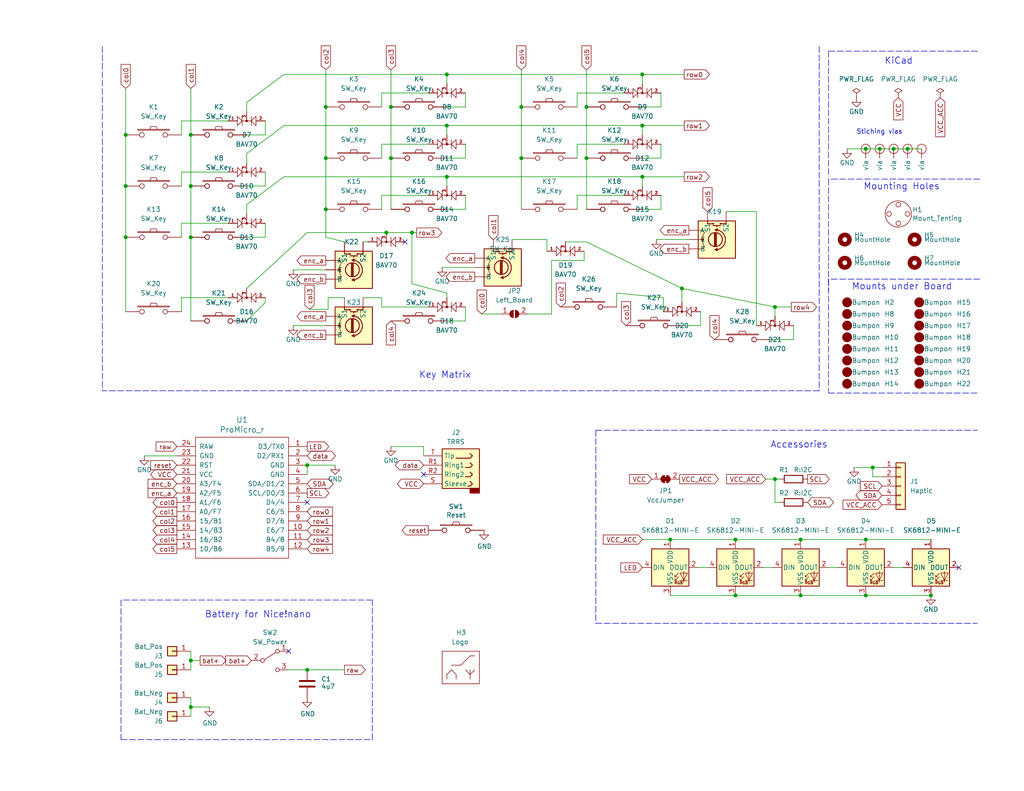
<source format=kicad_sch>
(kicad_sch (version 20211123) (generator eeschema)
  (paper "USLetter")
  (title_block (title "Hillside56 Keyboard") (date "2022-01-20") (rev "0.1.0-alpha") (company "mmccoyd") (comment 1 "A choc-spaced split keyboard with Ferris column stagger but more thumb and pinky keys."))
  (lib_symbols
    (symbol "Connector_Generic:Conn_01x01" (pin_names (offset 1.016) hide)
      (property "Reference" "J" (at 0 2.54 0))
      (property "Value" "Conn_01x01" (at 0 -2.54 0))
      (symbol "Conn_01x01_1_1"
        (pin passive line (at -5.08 0 0) (length 3.81) (name "Pin_1") (number "1"))
      )
    )
    (symbol "Connector_Generic:Conn_01x05" (pin_names (offset 1.016) hide)
      (property "Reference" "J" (at 0 7.62 0))
      (property "Value" "Conn_01x05" (at 0 -7.62 0))
      (symbol "Conn_01x05_1_1"
        (pin passive line (at -5.08 5.08 0) (length 3.81) (name "Pin_1") (number "1"))
        (pin passive line (at -5.08 2.54 0) (length 3.81) (name "Pin_2") (number "2"))
        (pin passive line (at -5.08 0 0) (length 3.81) (name "Pin_3") (number "3"))
        (pin passive line (at -5.08 -2.54 0) (length 3.81) (name "Pin_4") (number "4"))
        (pin passive line (at -5.08 -5.08 0) (length 3.81) (name "Pin_5") (number "5"))
      )
    )
    (symbol "Device:C" (pin_numbers hide) (pin_names (offset 0.254))
      (property "Reference" "C" (at 0.635 2.54 0))
      (property "Value" "C" (at 0.635 -2.54 0))
      (symbol "C_1_1"
        (pin passive line (at 0 3.81 270) (length 2.794) (name "~") (number "1"))
        (pin passive line (at 0 -3.81 90) (length 2.794) (name "~") (number "2"))
      )
    )
    (symbol "Device:R" (pin_numbers hide) (pin_names (offset 0))
      (property "Reference" "R" (at 2.032 0 90))
      (property "Value" "R" (at 0 0 90))
      (symbol "R_1_1"
        (pin passive line (at 0 3.81 270) (length 1.27) (name "~") (number "1"))
        (pin passive line (at 0 -3.81 90) (length 1.27) (name "~") (number "2"))
      )
    )
    (symbol "Jumper:SolderJumper_2_Bridged" (pin_names (offset 0) hide)
      (property "Reference" "JP" (at 0 2.032 0))
      (property "Value" "SolderJumper_2_Bridged" (at 0 -2.54 0))
      (symbol "SolderJumper_2_Bridged_1_1"
        (pin passive line (at -3.81 0 0) (length 2.54) (name "A") (number "1"))
        (pin passive line (at 3.81 0 180) (length 2.54) (name "B") (number "2"))
      )
    )
    (symbol "Jumper:SolderJumper_2_Open" (pin_names (offset 0) hide)
      (property "Reference" "JP" (at 0 2.032 0))
      (property "Value" "SolderJumper_2_Open" (at 0 -2.54 0))
      (symbol "SolderJumper_2_Open_1_1"
        (pin passive line (at -3.81 0 0) (length 2.54) (name "A") (number "1"))
        (pin passive line (at 3.81 0 180) (length 2.54) (name "B") (number "2"))
      )
    )
    (symbol "Mechanical:MountingHole" (pin_names (offset 1.016))
      (property "Reference" "H" (at 0 5.08 0))
      (property "Value" "MountingHole" (at 0 3.175 0))
    )
    (symbol "Switch:SW_SPDT" (pin_names (offset 0) hide)
      (property "Reference" "SW" (at 0 4.318 0))
      (property "Value" "SW_SPDT" (at 0 -5.08 0))
      (symbol "SW_SPDT_1_1"
        (pin passive line (at 5.08 2.54 180) (length 2.54) (name "A") (number "1"))
        (pin passive line (at -5.08 0 0) (length 2.54) (name "B") (number "2"))
        (pin passive line (at 5.08 -2.54 180) (length 2.54) (name "C") (number "3"))
      )
    )
    (symbol "hillside:Logo" (pin_names (offset 1.016))
      (property "Reference" "H" (at 0 -6.35 0))
      (property "Value" "Logo" (at 0 -3.81 0))
    )
    (symbol "hillside:Mount_Tenting" (pin_names (offset 1.016))
      (property "Reference" "H" (at 3.81 1.905 0))
      (property "Value" "Mount_Tenting" (at 3.81 -1.905 0))
    )
    (symbol "hillside:ProMicro_r" (pin_names (offset 1.016))
      (property "Reference" "U" (at 1.27 22.86 0))
      (property "Value" "ProMicro_r" (at 1.27 -15.24 0))
      (symbol "ProMicro_r_1_1"
        (pin bidirectional line (at 19.05 17.78 180) (length 5.08) (name "D3/TX0") (number "1"))
        (pin bidirectional line (at 19.05 -5.08 180) (length 5.08) (name "E6/7") (number "10"))
        (pin bidirectional line (at 19.05 -7.62 180) (length 5.08) (name "B4/8") (number "11"))
        (pin bidirectional line (at 19.05 -10.16 180) (length 5.08) (name "B5/9") (number "12"))
        (pin bidirectional line (at -16.51 -10.16 0) (length 5.08) (name "10/B6") (number "13"))
        (pin bidirectional line (at -16.51 -7.62 0) (length 5.08) (name "16/B2") (number "14"))
        (pin bidirectional line (at -16.51 -5.08 0) (length 5.08) (name "14/B3") (number "15"))
        (pin bidirectional line (at -16.51 -2.54 0) (length 5.08) (name "15/B1") (number "16"))
        (pin bidirectional line (at -16.51 0 0) (length 5.08) (name "A0/F7") (number "17"))
        (pin bidirectional line (at -16.51 2.54 0) (length 5.08) (name "A1/F6") (number "18"))
        (pin bidirectional line (at -16.51 5.08 0) (length 5.08) (name "A2/F5") (number "19"))
        (pin bidirectional line (at 19.05 15.24 180) (length 5.08) (name "D2/RX1") (number "2"))
        (pin bidirectional line (at -16.51 7.62 0) (length 5.08) (name "A3/F4") (number "20"))
        (pin power_in line (at -16.51 10.16 0) (length 5.08) (name "VCC") (number "21"))
        (pin input line (at -16.51 12.7 0) (length 5.08) (name "RST") (number "22"))
        (pin power_in line (at -16.51 15.24 0) (length 5.08) (name "GND") (number "23"))
        (pin power_out line (at -16.51 17.78 0) (length 5.08) (name "RAW") (number "24"))
        (pin power_in line (at 19.05 12.7 180) (length 5.08) (name "GND") (number "3"))
        (pin power_in line (at 19.05 10.16 180) (length 5.08) (name "GND") (number "4"))
        (pin bidirectional line (at 19.05 7.62 180) (length 5.08) (name "SDA/D1/2") (number "5"))
        (pin bidirectional line (at 19.05 5.08 180) (length 5.08) (name "SCL/D0/3") (number "6"))
        (pin bidirectional line (at 19.05 2.54 180) (length 5.08) (name "D4/4") (number "7"))
        (pin bidirectional line (at 19.05 0 180) (length 5.08) (name "C6/5") (number "8"))
        (pin bidirectional line (at 19.05 -2.54 180) (length 5.08) (name "D7/6") (number "9"))
      )
    )
    (symbol "hillside:SW_Key" (pin_numbers hide) (pin_names (offset 1.016) hide)
      (property "Reference" "K" (at 0 -1.016 0))
      (property "Value" "SW_Key" (at 0 -3.302 0))
      (symbol "SW_Key_0_1"
        (pin passive inverted (at -7.62 0 0) (length 5.08) (name "1") (number "1"))
        (pin passive inverted (at 7.62 0 180) (length 5.08) (name "2") (number "2"))
      )
    )
    (symbol "hillside:SW_PUSH" (pin_numbers hide) (pin_names (offset 1.016) hide)
      (property "Reference" "SW" (at 3.81 2.794 0))
      (property "Value" "SW_PUSH" (at 0 -2.032 0))
      (symbol "SW_PUSH_0_1"
        (pin passive inverted (at -7.62 0 0) (length 5.08) (name "1") (number "1"))
        (pin passive inverted (at 7.62 0 180) (length 5.08) (name "2") (number "2"))
      )
    )
    (symbol "hillside:SW_Rotary" (pin_numbers hide)
      (property "Reference" "K" (at 0 6.35 0))
      (symbol "SW_Rotary_1_1"
        (pin passive line (at -7.62 2.54 0) (length 2.54) (name "A") (number "A"))
        (pin passive line (at -7.62 -2.54 0) (length 2.54) (name "B") (number "B"))
        (pin passive line (at -7.62 0 0) (length 2.54) (name "C") (number "C"))
        (pin passive line (at -2.54 7.62 270) (length 2.54) (name "S1") (number "S1"))
        (pin passive line (at 2.54 7.62 270) (length 2.54) (name "S2") (number "S2"))
      )
    )
    (symbol "hillside:TRRS"
      (property "Reference" "J" (at 7.62 5.715 0))
      (property "Value" "TRRS" (at 6.985 -7.62 0))
      (symbol "TRRS_1_1"
        (pin passive line (at -2.54 0 0) (length 5.08) (name "Ring1") (number "R1"))
        (pin passive line (at -2.54 -2.54 0) (length 5.08) (name "Ring2") (number "R2"))
        (pin passive line (at -2.54 -5.08 0) (length 5.08) (name "Sleeve") (number "S"))
        (pin passive line (at -2.54 2.54 0) (length 5.08) (name "Tip") (number "T"))
      )
    )
    (symbol "hillside_basic:BAV70_Small" (pin_names (offset 0.762) hide)
      (property "Reference" "D" (at 0.635 -2.54 0))
      (property "Value" "BAV70_Small" (at 0 2.54 0))
      (symbol "BAV70_Small_1_1"
        (pin input line (at -5.08 0 0) (length 2.54) (name "A1") (number "1"))
        (pin input line (at 5.08 0 180) (length 2.54) (name "A2") (number "2"))
        (pin passive line (at 0 -2.54 90) (length 2.54) (name "K") (number "3"))
      )
    )
    (symbol "hillside_basic:Bumpon" (in_bom no)
      (property "Reference" "H" (at 10.16 0 0))
      (property "Value" "Bumpon" (at 1.27 0 0))
    )
    (symbol "hillside_basic:SK6812-MINI-E" (pin_names (offset 0.254))
      (property "Reference" "D" (at 5.08 5.715 0))
      (property "Value" "SK6812-MINI-E" (at 1.27 -5.715 0))
      (symbol "SK6812-MINI-E_0_0"
        (text "RGB" (at 2.286 -4.191 0) (effects (font (size 0.762 0.762))))
      )
      (symbol "SK6812-MINI-E_1_1"
        (pin power_in line (at 0 7.62 270) (length 2.54) (name "VDD") (number "1"))
        (pin output line (at 7.62 0 180) (length 2.54) (name "DOUT") (number "2"))
        (pin power_in line (at 0 -7.62 90) (length 2.54) (name "VSS") (number "3"))
        (pin input line (at -7.62 0 0) (length 2.54) (name "DIN") (number "4"))
      )
    )
    (symbol "hillside_basic:Via" (pin_numbers hide)
      (symbol "Via_1_1"
        (pin passive line (at 0 0 0) (length 2.54) (name "via") (number "1"))
      )
    )
    (symbol "power:GND" (power) (pin_names (offset 0))
      (property "Value" "GND" (at 0 -3.81 0))
      (symbol "GND_1_1"
        (pin power_in line (at 0 0 270) (length 0) hide (name "GND") (number "1"))
      )
    )
    (symbol "power:PWR_FLAG" (power) (pin_numbers hide) (pin_names (offset 0) hide)
      (property "Value" "PWR_FLAG" (at 0 3.81 0))
      (symbol "PWR_FLAG_0_0"
        (pin power_out line (at 0 0 90) (length 0) (name "pwr") (number "1"))
      )
    )
  )
  (junction (at 106.68 29.21))
  (junction (at 236.22 147.32))
  (junction (at 121.92 48.26))
  (junction (at 218.44 147.32))
  (junction (at 83.82 182.88))
  (junction (at 121.92 20.32))
  (junction (at 211.455 83.82))
  (junction (at 200.66 147.32))
  (junction (at 236.22 162.56))
  (junction (at 52.07 50.8))
  (junction (at 175.26 48.26))
  (junction (at 211.455 130.81))
  (junction (at 186.055 78.74))
  (junction (at 243.84 40.64))
  (junction (at 200.66 162.56))
  (junction (at 83.82 127))
  (junction (at 160.02 43.18))
  (junction (at 88.9 29.21))
  (junction (at 52.07 180.34))
  (junction (at 88.9 43.18))
  (junction (at 238.125 127.635))
  (junction (at 182.88 147.32))
  (junction (at 112.395 63.5))
  (junction (at 34.29 50.8))
  (junction (at 105.41 63.5))
  (junction (at 142.24 43.18))
  (junction (at 52.07 36.83))
  (junction (at 106.68 43.18))
  (junction (at 88.9 57.15))
  (junction (at 254 162.56))
  (junction (at 175.26 20.32))
  (junction (at 121.92 34.29))
  (junction (at 175.26 34.29))
  (junction (at 160.02 29.21))
  (junction (at 247.65 40.64))
  (junction (at 34.29 36.83))
  (junction (at 52.07 64.77))
  (junction (at 142.24 29.21))
  (junction (at 52.07 193.04))
  (junction (at 240.03 40.64))
  (junction (at 34.29 64.77))
  (junction (at 218.44 162.56))
  (junction (at 236.22 40.64))
  (no_connect (at 261.62 154.94))
  (no_connect (at 115.57 129.54))
  (no_connect (at 110.49 66.04))
  (no_connect (at 83.82 137.16))
  (no_connect (at 78.74 177.8))
  (wire (pts (xy 67.31 78.74) (xy 83.82 63.5)))
  (wire (pts (xy 198.12 57.785) (xy 206.375 57.785)))
  (wire (pts (xy 88.9 19.05) (xy 88.9 29.21)))
  (wire (pts (xy 67.31 27.94) (xy 77.47 20.32)))
  (wire (pts (xy 157.48 39.37) (xy 170.18 39.37)))
  (wire (pts (xy 106.68 19.05) (xy 106.68 29.21)))
  (wire (pts (xy 127 29.21) (xy 121.92 29.21)))
  (polyline (pts (xy 162.56 170.18) (xy 266.7 170.18)))
  (wire (pts (xy 150.495 85.725) (xy 144.145 85.725)))
  (wire (pts (xy 72.39 46.99) (xy 72.39 50.8)))
  (wire (pts (xy 180.34 29.21) (xy 180.34 25.4)))
  (wire (pts (xy 120.65 73.025) (xy 129.54 73.025)))
  (wire (pts (xy 175.26 147.32) (xy 182.88 147.32)))
  (wire (pts (xy 52.07 36.83) (xy 52.07 50.8)))
  (wire (pts (xy 52.07 50.8) (xy 52.07 64.77)))
  (wire (pts (xy 112.395 77.47) (xy 112.395 63.5)))
  (polyline (pts (xy 223.52 12.7) (xy 223.52 106.68)))
  (wire (pts (xy 142.24 57.15) (xy 142.24 43.18)))
  (wire (pts (xy 131.445 85.725) (xy 136.525 85.725)))
  (wire (pts (xy 78.74 182.88) (xy 83.82 182.88)))
  (wire (pts (xy 212.725 130.81) (xy 211.455 130.81)))
  (wire (pts (xy 83.82 129.54) (xy 83.82 127)))
  (wire (pts (xy 121.92 50.8) (xy 121.92 48.26)))
  (wire (pts (xy 180.34 43.18) (xy 175.26 43.18)))
  (wire (pts (xy 112.395 63.5) (xy 105.41 63.5)))
  (wire (pts (xy 72.39 82.55) (xy 67.31 87.63)))
  (polyline (pts (xy 162.56 117.475) (xy 266.7 117.475)))
  (wire (pts (xy 106.68 121.92) (xy 115.57 121.92)))
  (wire (pts (xy 236.22 147.32) (xy 254 147.32)))
  (wire (pts (xy 218.44 147.32) (xy 236.22 147.32)))
  (wire (pts (xy 206.375 88.9) (xy 206.375 57.785)))
  (wire (pts (xy 88.9 57.15) (xy 88.9 43.18)))
  (wire (pts (xy 104.14 25.4) (xy 116.84 25.4)))
  (wire (pts (xy 184.785 78.105) (xy 186.055 78.74)))
  (wire (pts (xy 72.39 64.77) (xy 67.31 64.77)))
  (wire (pts (xy 34.29 36.83) (xy 34.29 50.8)))
  (wire (pts (xy 121.92 22.86) (xy 121.92 20.32)))
  (wire (pts (xy 182.88 147.32) (xy 200.66 147.32)))
  (wire (pts (xy 106.68 29.21) (xy 106.68 43.18)))
  (polyline (pts (xy 101.6 163.83) (xy 33.02 163.83)))
  (wire (pts (xy 211.455 83.82) (xy 211.455 86.36)))
  (wire (pts (xy 216.535 92.71) (xy 210.185 92.71)))
  (wire (pts (xy 80.01 73.66) (xy 88.9 73.66)))
  (wire (pts (xy 67.31 55.88) (xy 77.47 48.26)))
  (wire (pts (xy 157.48 29.21) (xy 157.48 25.4)))
  (wire (pts (xy 67.31 27.94) (xy 67.31 30.48)))
  (wire (pts (xy 159.385 71.12) (xy 150.495 71.12)))
  (wire (pts (xy 127 43.18) (xy 127 39.37)))
  (wire (pts (xy 180.34 53.34) (xy 180.34 57.15)))
  (wire (pts (xy 238.125 130.175) (xy 238.125 127.635)))
  (wire (pts (xy 104.14 57.15) (xy 104.14 53.34)))
  (wire (pts (xy 175.26 22.86) (xy 175.26 20.32)))
  (polyline (pts (xy 267.335 48.895) (xy 226.06 48.895)))
  (wire (pts (xy 34.29 24.13) (xy 34.29 36.83)))
  (wire (pts (xy 67.31 41.91) (xy 67.31 44.45)))
  (polyline (pts (xy 33.02 163.83) (xy 33.02 201.93)))
  (wire (pts (xy 77.47 20.32) (xy 121.92 20.32)))
  (wire (pts (xy 121.92 80.01) (xy 121.92 81.28)))
  (wire (pts (xy 216.535 88.9) (xy 216.535 92.71)))
  (wire (pts (xy 52.07 190.5) (xy 52.07 193.04)))
  (wire (pts (xy 157.48 25.4) (xy 170.18 25.4)))
  (wire (pts (xy 104.14 81.28) (xy 99.06 81.28)))
  (wire (pts (xy 186.055 78.74) (xy 211.455 83.82)))
  (wire (pts (xy 83.82 127) (xy 91.44 127)))
  (wire (pts (xy 240.665 130.175) (xy 238.125 130.175)))
  (wire (pts (xy 34.29 64.77) (xy 34.29 85.09)))
  (polyline (pts (xy 226.06 48.895) (xy 226.06 79.375)))
  (wire (pts (xy 77.47 48.26) (xy 121.92 48.26)))
  (wire (pts (xy 121.92 43.18) (xy 127 43.18)))
  (polyline (pts (xy 101.6 201.93) (xy 101.6 163.83)))
  (wire (pts (xy 157.48 43.18) (xy 157.48 39.37)))
  (wire (pts (xy 83.82 182.88) (xy 93.98 182.88)))
  (wire (pts (xy 104.14 83.82) (xy 104.14 81.28)))
  (wire (pts (xy 112.395 63.5) (xy 113.665 63.5)))
  (wire (pts (xy 115.57 121.92) (xy 115.57 124.46)))
  (wire (pts (xy 247.65 40.64) (xy 251.46 40.64)))
  (wire (pts (xy 218.44 162.56) (xy 236.22 162.56)))
  (wire (pts (xy 236.22 40.64) (xy 240.03 40.64)))
  (wire (pts (xy 175.26 36.83) (xy 175.26 34.29)))
  (wire (pts (xy 211.455 83.82) (xy 215.9 83.82)))
  (wire (pts (xy 72.39 50.8) (xy 67.31 50.8)))
  (wire (pts (xy 127 57.15) (xy 127 53.34)))
  (wire (pts (xy 243.84 154.94) (xy 246.38 154.94)))
  (polyline (pts (xy 27.94 12.7) (xy 27.94 106.68)))
  (wire (pts (xy 160.02 43.18) (xy 160.02 57.15)))
  (wire (pts (xy 200.66 162.56) (xy 218.44 162.56)))
  (wire (pts (xy 52.07 64.77) (xy 52.07 87.63)))
  (wire (pts (xy 104.14 53.34) (xy 116.84 53.34)))
  (wire (pts (xy 72.39 60.96) (xy 72.39 64.77)))
  (wire (pts (xy 84.455 84.455) (xy 89.535 84.455)))
  (wire (pts (xy 121.92 48.26) (xy 175.26 48.26)))
  (wire (pts (xy 160.02 66.04) (xy 184.785 78.105)))
  (wire (pts (xy 191.135 88.9) (xy 191.135 85.09)))
  (wire (pts (xy 168.275 80.01) (xy 180.975 81.28)))
  (wire (pts (xy 88.9 64.77) (xy 88.9 57.15)))
  (wire (pts (xy 52.07 193.04) (xy 57.15 193.04)))
  (wire (pts (xy 186.69 20.32) (xy 175.26 20.32)))
  (wire (pts (xy 180.34 39.37) (xy 180.34 43.18)))
  (polyline (pts (xy 266.7 13.97) (xy 226.06 13.97)))
  (wire (pts (xy 186.055 78.74) (xy 186.055 82.55)))
  (wire (pts (xy 168.275 83.82) (xy 168.275 80.01)))
  (wire (pts (xy 236.22 162.56) (xy 254 162.56)))
  (polyline (pts (xy 267.335 76.2) (xy 226.06 76.2)))
  (wire (pts (xy 89.535 84.455) (xy 89.535 81.28)))
  (polyline (pts (xy 33.02 201.93) (xy 101.6 201.93)))
  (polyline (pts (xy 226.06 13.97) (xy 226.06 48.26)))
  (wire (pts (xy 139.7 65.405) (xy 149.225 65.405)))
  (wire (pts (xy 208.28 154.94) (xy 210.82 154.94)))
  (wire (pts (xy 142.24 19.05) (xy 142.24 29.21)))
  (wire (pts (xy 150.495 71.12) (xy 150.495 85.725)))
  (wire (pts (xy 238.125 127.635) (xy 233.045 127.635)))
  (wire (pts (xy 127 29.21) (xy 127 25.4)))
  (wire (pts (xy 52.07 193.04) (xy 52.07 195.58)))
  (wire (pts (xy 243.84 40.64) (xy 247.65 40.64)))
  (wire (pts (xy 186.055 88.9) (xy 191.135 88.9)))
  (wire (pts (xy 99.06 66.04) (xy 100.33 66.04)))
  (wire (pts (xy 49.53 46.99) (xy 62.23 46.99)))
  (wire (pts (xy 154.305 66.04) (xy 160.02 66.04)))
  (wire (pts (xy 80.01 88.9) (xy 88.9 88.9)))
  (wire (pts (xy 200.66 147.32) (xy 218.44 147.32)))
  (polyline (pts (xy 226.06 107.315) (xy 266.7 107.315)))
  (wire (pts (xy 211.455 130.81) (xy 211.455 137.16)))
  (polyline (pts (xy 162.56 117.475) (xy 162.56 170.18)))
  (wire (pts (xy 52.07 180.34) (xy 52.07 182.88)))
  (wire (pts (xy 49.53 50.8) (xy 49.53 46.99)))
  (wire (pts (xy 34.29 50.8) (xy 34.29 64.77)))
  (wire (pts (xy 121.92 36.83) (xy 121.92 34.29)))
  (wire (pts (xy 49.53 60.96) (xy 62.23 60.96)))
  (wire (pts (xy 52.07 24.13) (xy 52.07 36.83)))
  (wire (pts (xy 49.53 36.83) (xy 49.53 33.02)))
  (wire (pts (xy 186.69 48.26) (xy 175.26 48.26)))
  (wire (pts (xy 67.31 41.91) (xy 77.47 34.29)))
  (wire (pts (xy 182.88 162.56) (xy 200.66 162.56)))
  (wire (pts (xy 88.9 64.77) (xy 93.98 66.04)))
  (wire (pts (xy 116.84 39.37) (xy 104.14 39.37)))
  (wire (pts (xy 175.26 29.21) (xy 180.34 29.21)))
  (wire (pts (xy 104.14 83.82) (xy 116.84 83.82)))
  (wire (pts (xy 49.53 33.02) (xy 62.23 33.02)))
  (wire (pts (xy 142.24 43.18) (xy 142.24 29.21)))
  (wire (pts (xy 160.02 29.21) (xy 160.02 43.18)))
  (wire (pts (xy 121.92 20.32) (xy 175.26 20.32)))
  (wire (pts (xy 88.9 43.18) (xy 88.9 29.21)))
  (wire (pts (xy 211.455 137.16) (xy 212.725 137.16)))
  (wire (pts (xy 49.53 64.77) (xy 49.53 60.96)))
  (wire (pts (xy 48.26 124.46) (xy 39.37 124.46)))
  (wire (pts (xy 170.18 53.34) (xy 157.48 53.34)))
  (wire (pts (xy 52.07 177.8) (xy 52.07 180.34)))
  (wire (pts (xy 49.53 81.28) (xy 62.23 81.28)))
  (wire (pts (xy 149.225 65.405) (xy 149.225 68.58)))
  (wire (pts (xy 179.07 65.405) (xy 187.96 65.405)))
  (wire (pts (xy 231.14 40.64) (xy 236.22 40.64)))
  (wire (pts (xy 127 87.63) (xy 121.92 87.63)))
  (wire (pts (xy 121.92 57.15) (xy 127 57.15)))
  (wire (pts (xy 180.975 81.28) (xy 180.975 85.09)))
  (polyline (pts (xy 226.06 76.2) (xy 226.06 107.315)))
  (wire (pts (xy 72.39 36.83) (xy 67.31 36.83)))
  (wire (pts (xy 121.92 34.29) (xy 175.26 34.29)))
  (wire (pts (xy 190.5 154.94) (xy 193.04 154.94)))
  (wire (pts (xy 104.14 29.21) (xy 104.14 25.4)))
  (wire (pts (xy 89.535 81.28) (xy 93.98 81.28)))
  (wire (pts (xy 180.34 57.15) (xy 175.26 57.15)))
  (wire (pts (xy 52.07 180.34) (xy 54.61 180.34)))
  (wire (pts (xy 160.02 19.05) (xy 160.02 29.21)))
  (wire (pts (xy 238.125 127.635) (xy 240.665 127.635)))
  (wire (pts (xy 49.53 85.09) (xy 49.53 81.28)))
  (polyline (pts (xy 223.52 106.68) (xy 27.94 106.68)))
  (wire (pts (xy 226.06 154.94) (xy 228.6 154.94)))
  (wire (pts (xy 83.82 63.5) (xy 105.41 63.5)))
  (wire (pts (xy 175.26 34.29) (xy 186.69 34.29)))
  (wire (pts (xy 127 83.82) (xy 127 87.63)))
  (wire (pts (xy 157.48 57.15) (xy 157.48 53.34)))
  (wire (pts (xy 72.39 33.02) (xy 72.39 36.83)))
  (wire (pts (xy 175.26 48.26) (xy 175.26 50.8)))
  (wire (pts (xy 159.385 68.58) (xy 159.385 71.12)))
  (wire (pts (xy 104.14 43.18) (xy 104.14 39.37)))
  (wire (pts (xy 240.03 40.64) (xy 243.84 40.64)))
  (wire (pts (xy 67.31 55.88) (xy 67.31 58.42)))
  (wire (pts (xy 77.47 34.29) (xy 121.92 34.29)))
  (wire (pts (xy 106.68 43.18) (xy 106.68 57.15)))
  (wire (pts (xy 121.92 80.01) (xy 112.395 77.47)))
  (wire (pts (xy 211.455 130.81) (xy 208.915 130.81)))
  (wire (pts (xy 72.39 81.28) (xy 72.39 82.55)))
  (text "KiCad" (at 241.3 17.78 0) (effects (font (size 1.778 1.778)) (justify left bottom)))
  (text "Mounting Holes" (at 235.585 52.07 0) (effects (font (size 1.78 1.78)) (justify left bottom)))
  (text "Key Matrix" (at 114.3 103.505 0) (effects (font (size 1.778 1.778)) (justify left bottom)))
  (text "Battery for Nice!nano" (at 55.88 168.91 0) (effects (font (size 1.778 1.778)) (justify left bottom)))
  (text "Stiching vias" (at 233.68 36.83 0) (effects (font (size 1.27 1.27)) (justify left bottom)))
  (text "Mounts under Board" (at 232.41 79.375 0) (effects (font (size 1.78 1.78)) (justify left bottom)))
  (text "Accessories" (at 210.185 122.555 0) (effects (font (size 1.778 1.778)) (justify left bottom)))
  (global_label "row1" (shape input) (at 83.82 142.24 0) (property "Intersheet References" "${INTERSHEET_REFS}" (effects hide)))
  (global_label "enc_a" (shape input) (at 48.26 134.62 180) (property "Intersheet References" "${INTERSHEET_REFS}" (effects hide)))
  (global_label "col5" (shape output) (at 48.26 149.86 180) (property "Intersheet References" "${INTERSHEET_REFS}" (effects hide)))
  (global_label "col4" (shape input) (at 194.945 92.71 90) (property "Intersheet References" "${INTERSHEET_REFS}" (effects hide)))
  (global_label "VCC" (shape bidirectional) (at 115.57 132.08 180) (property "Intersheet References" "${INTERSHEET_REFS}" (effects hide)))
  (global_label "col0" (shape input) (at 131.445 85.725 90) (property "Intersheet References" "${INTERSHEET_REFS}" (effects hide)))
  (global_label "enc_b" (shape output) (at 129.54 75.565 180) (property "Intersheet References" "${INTERSHEET_REFS}" (effects hide)))
  (global_label "VCC" (shape input) (at 245.11 26.67 270) (property "Intersheet References" "${INTERSHEET_REFS}" (effects hide)))
  (global_label "reset" (shape input) (at 48.26 127 180) (property "Intersheet References" "${INTERSHEET_REFS}" (effects hide)))
  (global_label "row0" (shape input) (at 83.82 139.7 0) (property "Intersheet References" "${INTERSHEET_REFS}" (effects hide)))
  (global_label "col2" (shape output) (at 48.26 142.24 180) (property "Intersheet References" "${INTERSHEET_REFS}" (effects hide)))
  (global_label "VCC_ACC" (shape output) (at 185.42 130.81 0) (property "Intersheet References" "${INTERSHEET_REFS}" (effects hide)))
  (global_label "SCL" (shape input) (at 240.665 132.715 180) (property "Intersheet References" "${INTERSHEET_REFS}" (effects hide)))
  (global_label "col3" (shape input) (at 84.455 84.455 90) (property "Intersheet References" "${INTERSHEET_REFS}" (effects hide)))
  (global_label "col4" (shape output) (at 48.26 147.32 180) (property "Intersheet References" "${INTERSHEET_REFS}" (effects hide)))
  (global_label "enc_a" (shape output) (at 88.9 86.36 180) (property "Intersheet References" "${INTERSHEET_REFS}" (effects hide)))
  (global_label "enc_b" (shape output) (at 88.9 91.44 180) (property "Intersheet References" "${INTERSHEET_REFS}" (effects hide)))
  (global_label "VCC" (shape bidirectional) (at 48.26 129.54 180) (property "Intersheet References" "${INTERSHEET_REFS}" (effects hide)))
  (global_label "row2" (shape input) (at 83.82 144.78 0) (property "Intersheet References" "${INTERSHEET_REFS}" (effects hide)))
  (global_label "col5" (shape input) (at 193.04 57.785 90) (property "Intersheet References" "${INTERSHEET_REFS}" (effects hide)))
  (global_label "VCC_ACC" (shape input) (at 240.665 137.795 180) (property "Intersheet References" "${INTERSHEET_REFS}" (effects hide)))
  (global_label "SDA" (shape bidirectional) (at 220.345 137.16 0) (property "Intersheet References" "${INTERSHEET_REFS}" (effects hide)))
  (global_label "row4" (shape output) (at 215.9 83.82 0) (property "Intersheet References" "${INTERSHEET_REFS}" (effects hide)))
  (global_label "row4" (shape input) (at 83.82 149.86 0) (property "Intersheet References" "${INTERSHEET_REFS}" (effects hide)))
  (global_label "SDA" (shape bidirectional) (at 83.82 132.08 0) (property "Intersheet References" "${INTERSHEET_REFS}" (effects hide)))
  (global_label "raw" (shape input) (at 48.26 121.92 180) (property "Intersheet References" "${INTERSHEET_REFS}" (effects hide)))
  (global_label "col3" (shape input) (at 106.68 19.05 90) (property "Intersheet References" "${INTERSHEET_REFS}" (effects hide)))
  (global_label "row3" (shape output) (at 113.665 63.5 0) (property "Intersheet References" "${INTERSHEET_REFS}" (effects hide)))
  (global_label "col1" (shape output) (at 48.26 139.7 180) (property "Intersheet References" "${INTERSHEET_REFS}" (effects hide)))
  (global_label "col2" (shape input) (at 88.9 19.05 90) (property "Intersheet References" "${INTERSHEET_REFS}" (effects hide)))
  (global_label "SCL" (shape output) (at 83.82 134.62 0) (property "Intersheet References" "${INTERSHEET_REFS}" (effects hide)))
  (global_label "col5" (shape input) (at 160.02 19.05 90) (property "Intersheet References" "${INTERSHEET_REFS}" (effects hide)))
  (global_label "LED" (shape input) (at 175.26 154.94 180) (property "Intersheet References" "${INTERSHEET_REFS}" (effects hide)))
  (global_label "enc_b" (shape output) (at 88.9 76.2 180) (property "Intersheet References" "${INTERSHEET_REFS}" (effects hide)))
  (global_label "col4" (shape input) (at 142.24 19.05 90) (property "Intersheet References" "${INTERSHEET_REFS}" (effects hide)))
  (global_label "SCL" (shape output) (at 220.345 130.81 0) (property "Intersheet References" "${INTERSHEET_REFS}" (effects hide)))
  (global_label "row0" (shape output) (at 186.69 20.32 0) (property "Intersheet References" "${INTERSHEET_REFS}" (effects hide)))
  (global_label "enc_a" (shape output) (at 187.96 62.865 180) (property "Intersheet References" "${INTERSHEET_REFS}" (effects hide)))
  (global_label "LED" (shape output) (at 83.82 121.92 0) (property "Intersheet References" "${INTERSHEET_REFS}" (effects hide)))
  (global_label "enc_a" (shape output) (at 129.54 70.485 180) (property "Intersheet References" "${INTERSHEET_REFS}" (effects hide)))
  (global_label "enc_b" (shape input) (at 48.26 132.08 180) (property "Intersheet References" "${INTERSHEET_REFS}" (effects hide)))
  (global_label "row2" (shape output) (at 186.69 48.26 0) (property "Intersheet References" "${INTERSHEET_REFS}" (effects hide)))
  (global_label "col1" (shape input) (at 134.62 65.405 90) (property "Intersheet References" "${INTERSHEET_REFS}" (effects hide)))
  (global_label "col4" (shape input) (at 106.68 87.63 270) (property "Intersheet References" "${INTERSHEET_REFS}" (effects hide)))
  (global_label "col2" (shape input) (at 153.035 83.82 90) (property "Intersheet References" "${INTERSHEET_REFS}" (effects hide)))
  (global_label "col3" (shape output) (at 48.26 144.78 180) (property "Intersheet References" "${INTERSHEET_REFS}" (effects hide)))
  (global_label "reset" (shape output) (at 116.84 144.78 180) (property "Intersheet References" "${INTERSHEET_REFS}" (effects hide)))
  (global_label "enc_b" (shape output) (at 187.96 67.945 180) (property "Intersheet References" "${INTERSHEET_REFS}" (effects hide)))
  (global_label "col0" (shape output) (at 48.26 137.16 180) (property "Intersheet References" "${INTERSHEET_REFS}" (effects hide)))
  (global_label "row3" (shape input) (at 83.82 147.32 0) (property "Intersheet References" "${INTERSHEET_REFS}" (effects hide)))
  (global_label "enc_a" (shape output) (at 88.9 71.12 180) (property "Intersheet References" "${INTERSHEET_REFS}" (effects hide)))
  (global_label "VCC_ACC" (shape input) (at 175.26 147.32 180) (property "Intersheet References" "${INTERSHEET_REFS}" (effects hide)))
  (global_label "VCC" (shape input) (at 177.8 130.81 180) (property "Intersheet References" "${INTERSHEET_REFS}" (effects hide)))
  (global_label "raw" (shape output) (at 93.98 182.88 0) (property "Intersheet References" "${INTERSHEET_REFS}" (effects hide)))
  (global_label "VCC_ACC" (shape input) (at 208.915 130.81 180) (property "Intersheet References" "${INTERSHEET_REFS}" (effects hide)))
  (global_label "bat+" (shape input) (at 68.58 180.34 180) (property "Intersheet References" "${INTERSHEET_REFS}" (effects hide)))
  (global_label "col3" (shape input) (at 170.815 88.9 90) (property "Intersheet References" "${INTERSHEET_REFS}" (effects hide)))
  (global_label "VCC_ACC" (shape input) (at 256.54 26.67 270) (property "Intersheet References" "${INTERSHEET_REFS}" (effects hide)))
  (global_label "bat+" (shape output) (at 54.61 180.34 0) (property "Intersheet References" "${INTERSHEET_REFS}" (effects hide)))
  (global_label "SDA" (shape bidirectional) (at 240.665 135.255 180) (property "Intersheet References" "${INTERSHEET_REFS}" (effects hide)))
  (global_label "col0" (shape input) (at 34.29 24.13 90) (property "Intersheet References" "${INTERSHEET_REFS}" (effects hide)))
  (global_label "data" (shape bidirectional) (at 115.57 127 180) (property "Intersheet References" "${INTERSHEET_REFS}" (effects hide)))
  (global_label "row1" (shape output) (at 186.69 34.29 0) (property "Intersheet References" "${INTERSHEET_REFS}" (effects hide)))
  (global_label "data" (shape bidirectional) (at 83.82 124.46 0) (property "Intersheet References" "${INTERSHEET_REFS}" (effects hide)))
  (global_label "col1" (shape input) (at 52.07 24.13 90) (property "Intersheet References" "${INTERSHEET_REFS}" (effects hide)))
  (symbol (lib_id "hillside:SW_PUSH") (at 124.46 144.78 0) (unit 1)
    (property "Reference" "SW1" (at 124.46 138.303 0))
    (property "Value" "Reset" (at 124.46 140.6144 0))
    (property "Footprint" "hillside_basic:SW_SPST_SKQG_WithStem" (effects hide))
  )
  (symbol (lib_id "power:GND") (at 132.08 144.78 0) (unit 1)
    (property "Reference" "#PWR04" (effects hide))
    (property "Value" "GND" (at 132.207 149.1742 0))
  )
  (symbol (lib_id "hillside_basic:SK6812-MINI-E") (at 182.88 154.94 0) (unit 1)
    (property "Reference" "D1" (at 182.88 142.24 0))
    (property "Value" "SK6812-MINI-E" (at 182.88 144.78 0))
    (property "Footprint" "hillside_basic:SK6812-MINI-E" (effects hide))
    (property "Datasheet" "https://cdn-shop.adafruit.com/datasheets/WS2812B.pdf" (effects hide))
  )
  (symbol (lib_id "hillside_basic:SK6812-MINI-E") (at 200.66 154.94 0) (unit 1)
    (property "Reference" "D2" (at 200.66 142.24 0))
    (property "Value" "SK6812-MINI-E" (at 200.66 144.78 0))
    (property "Footprint" "hillside_basic:SK6812-MINI-E" (effects hide))
    (property "Datasheet" "https://cdn-shop.adafruit.com/datasheets/WS2812B.pdf" (effects hide))
  )
  (symbol (lib_id "power:GND") (at 233.68 26.67 0) (unit 1)
    (property "Reference" "#PWR06" (effects hide))
    (property "Value" "GND" (at 233.68 30.48 0))
  )
  (symbol (lib_id "power:GND") (at 254 162.56 0) (unit 1)
    (property "Reference" "#PWR05" (effects hide))
    (property "Value" "GND" (at 254 166.37 0))
  )
  (symbol (lib_id "hillside:Mount_Tenting") (at 245.11 58.42 0) (unit 1)
    (property "Reference" "H1" (at 248.92 56.515 0) (effects (justify left top)))
    (property "Value" "Mount_Tenting" (at 248.92 60.325 0) (effects (justify left bottom)))
    (property "Footprint" "hillside:Tenting_Puck" (effects hide))
  )
  (symbol (lib_id "hillside_basic:SK6812-MINI-E") (at 218.44 154.94 0) (unit 1)
    (property "Reference" "D3" (at 218.44 142.24 0))
    (property "Value" "SK6812-MINI-E" (at 218.44 144.78 0))
    (property "Footprint" "hillside_basic:SK6812-MINI-E" (effects hide))
    (property "Datasheet" "https://cdn-shop.adafruit.com/datasheets/WS2812B.pdf" (effects hide))
  )
  (symbol (lib_id "hillside_basic:SK6812-MINI-E") (at 236.22 154.94 0) (unit 1)
    (property "Reference" "D4" (at 236.22 142.24 0))
    (property "Value" "SK6812-MINI-E" (at 236.22 144.78 0))
    (property "Footprint" "hillside_basic:SK6812-MINI-E" (effects hide))
    (property "Datasheet" "https://cdn-shop.adafruit.com/datasheets/WS2812B.pdf" (effects hide))
  )
  (symbol (lib_id "hillside:SW_Rotary") (at 96.52 73.66 0) (unit 1)
    (property "Reference" "K22" (at 93.98 66.04 0) (effects (justify left)))
    (property "Value" "SW_Rotary" (effects hide))
    (property "Footprint" "hillside:pg1350-DR_rotary" (effects hide))
  )
  (symbol (lib_id "power:GND") (at 80.01 73.66 0) (unit 1)
    (property "Reference" "#PWR0101" (effects hide))
    (property "Value" "GND" (at 80.01 77.47 0))
  )
  (symbol (lib_id "hillside_basic:SK6812-MINI-E") (at 254 154.94 0) (unit 1)
    (property "Reference" "D5" (at 252.73 142.24 0) (effects (justify left)))
    (property "Value" "SK6812-MINI-E" (at 246.38 144.78 0) (effects (justify left)))
    (property "Footprint" "hillside_basic:SK6812-MINI-E" (effects hide))
    (property "Datasheet" "https://cdn-shop.adafruit.com/datasheets/WS2812B.pdf" (effects hide))
  )
  (symbol (lib_id "hillside_basic:Via") (at 240.03 40.64 270) (unit 1)
    (property "Reference" "V2" (effects hide))
    (property "Value" "Via" (effects hide))
    (property "Footprint" "hillside_basic:VIA-0.8mm" (effects hide))
  )
  (symbol (lib_id "power:GND") (at 231.14 40.64 0) (unit 1)
    (property "Reference" "#PWR0102" (effects hide))
    (property "Value" "GND" (at 231.14 44.45 0))
  )
  (symbol (lib_id "hillside:ProMicro_r") (at 64.77 139.7 0) (unit 1)
    (property "Reference" "U1" (at 66.04 114.6302 0) (effects (font (size 1.524 1.524))))
    (property "Value" "ProMicro_r" (at 66.04 117.3226 0) (effects (font (size 1.524 1.524))))
    (property "Footprint" "hillside:ProMicro_v2" (effects hide))
  )
  (symbol (lib_id "Connector_Generic:Conn_01x05") (at 245.745 132.715 0) (unit 1)
    (property "Reference" "J1" (at 248.285 131.445 0) (effects (justify left)))
    (property "Value" "Haptic" (at 248.285 133.985 0) (effects (justify left)))
    (property "Footprint" "hillside:Pimoroni_Haptic" (effects hide))
  )
  (symbol (lib_id "hillside:SW_Key") (at 41.91 64.77 0) (unit 1)
    (property "Reference" "K13" (at 41.91 57.15 0))
    (property "Value" "SW_Key" (at 41.91 59.69 0))
    (property "Footprint" "hillside:pg1350-R" (effects hide))
  )
  (symbol (lib_id "hillside:SW_Key") (at 59.69 64.77 0) (unit 1)
    (property "Reference" "K14" (at 59.69 57.15 0))
    (property "Value" "SW_Key" (at 59.69 59.69 0))
    (property "Footprint" "hillside:pg1350-R" (effects hide))
  )
  (symbol (lib_id "hillside:SW_Key") (at 202.565 92.71 0) (unit 1)
    (property "Reference" "K28" (at 202.565 85.09 0))
    (property "Value" "SW_Key" (at 202.565 87.63 0))
    (property "Footprint" "hillside:pg1350-R" (effects hide))
  )
  (symbol (lib_id "hillside:SW_Key") (at 96.52 43.18 0) (unit 1)
    (property "Reference" "K9" (at 96.52 35.56 0))
    (property "Value" "SW_Key" (at 96.52 38.1 0))
    (property "Footprint" "hillside:pg1350-R" (effects hide))
  )
  (symbol (lib_id "hillside:SW_Key") (at 114.3 43.18 0) (unit 1)
    (property "Reference" "K10" (at 114.3 35.56 0))
    (property "Value" "SW_Key" (at 114.3 38.1 0))
    (property "Footprint" "hillside:pg1350-R" (effects hide))
  )
  (symbol (lib_id "hillside:SW_Key") (at 96.52 57.15 0) (unit 1)
    (property "Reference" "K15" (at 96.52 49.53 0))
    (property "Value" "SW_Key" (at 96.52 52.07 0))
    (property "Footprint" "hillside:pg1350-R" (effects hide))
  )
  (symbol (lib_id "hillside:SW_Key") (at 114.3 57.15 0) (unit 1)
    (property "Reference" "K16" (at 114.3 49.53 0))
    (property "Value" "SW_Key" (at 114.3 52.07 0))
    (property "Footprint" "hillside:pg1350-R" (effects hide))
  )
  (symbol (lib_id "hillside:SW_Key") (at 41.91 36.83 0) (unit 1)
    (property "Reference" "K1" (at 41.91 29.21 0))
    (property "Value" "SW_Key" (at 41.91 31.75 0))
    (property "Footprint" "hillside:pg1350-R" (effects hide))
  )
  (symbol (lib_id "hillside:SW_Key") (at 59.69 36.83 0) (unit 1)
    (property "Reference" "K2" (at 59.69 29.21 0))
    (property "Value" "SW_Key" (at 59.69 31.75 0))
    (property "Footprint" "hillside:pg1350-R" (effects hide))
  )
  (symbol (lib_id "hillside:SW_Key") (at 149.86 29.21 0) (unit 1)
    (property "Reference" "K5" (at 149.86 21.59 0))
    (property "Value" "SW_Key" (at 149.86 24.13 0))
    (property "Footprint" "hillside:pg1350-R" (effects hide))
  )
  (symbol (lib_id "hillside:SW_Key") (at 167.64 29.21 0) (unit 1)
    (property "Reference" "K6" (at 167.64 21.59 0))
    (property "Value" "SW_Key" (at 167.64 24.13 0))
    (property "Footprint" "hillside:pg1350-R" (effects hide))
  )
  (symbol (lib_id "hillside:SW_Key") (at 149.86 43.18 0) (unit 1)
    (property "Reference" "K11" (at 149.86 35.56 0))
    (property "Value" "SW_Key" (at 149.86 38.1 0))
    (property "Footprint" "hillside:pg1350-R" (effects hide))
  )
  (symbol (lib_id "hillside:SW_Key") (at 167.64 43.18 0) (unit 1)
    (property "Reference" "K12" (at 167.64 35.56 0))
    (property "Value" "SW_Key" (at 167.64 38.1 0))
    (property "Footprint" "hillside:pg1350-R" (effects hide))
  )
  (symbol (lib_id "hillside:SW_Key") (at 149.86 57.15 0) (unit 1)
    (property "Reference" "K17" (at 149.86 49.53 0))
    (property "Value" "SW_Key" (at 149.86 52.07 0))
    (property "Footprint" "hillside:pg1350-R" (effects hide))
  )
  (symbol (lib_id "hillside:SW_Key") (at 167.64 57.15 0) (unit 1)
    (property "Reference" "K18" (at 167.64 49.53 0))
    (property "Value" "SW_Key" (at 167.64 52.07 0))
    (property "Footprint" "hillside:pg1350-R" (effects hide))
  )
  (symbol (lib_id "hillside:SW_Key") (at 96.52 29.21 0) (unit 1)
    (property "Reference" "K3" (at 96.52 21.59 0))
    (property "Value" "SW_Key" (at 96.52 24.13 0))
    (property "Footprint" "hillside:pg1350-R" (effects hide))
  )
  (symbol (lib_id "hillside:SW_Key") (at 114.3 29.21 0) (unit 1)
    (property "Reference" "K4" (at 114.3 21.59 0))
    (property "Value" "SW_Key" (at 114.3 24.13 0))
    (property "Footprint" "hillside:pg1350-R" (effects hide))
  )
  (symbol (lib_id "hillside:SW_Key") (at 41.91 50.8 0) (unit 1)
    (property "Reference" "K7" (at 41.91 43.18 0))
    (property "Value" "SW_Key" (at 41.91 45.72 0))
    (property "Footprint" "hillside:pg1350-R" (effects hide))
  )
  (symbol (lib_id "hillside:SW_Key") (at 59.69 50.8 0) (unit 1)
    (property "Reference" "K8" (at 59.69 43.18 0))
    (property "Value" "SW_Key" (at 59.69 45.72 0))
    (property "Footprint" "hillside:pg1350-R" (effects hide))
  )
  (symbol (lib_id "power:PWR_FLAG") (at 233.68 26.67 0) (unit 1)
    (property "Reference" "#FLG02" (effects hide))
    (property "Value" "PWR_FLAG" (at 233.68 21.59 0))
  )
  (symbol (lib_id "power:PWR_FLAG") (at 245.11 26.67 0) (unit 1)
    (property "Reference" "#FLG01" (effects hide))
    (property "Value" "PWR_FLAG" (at 245.11 21.59 0))
  )
  (symbol (lib_id "Device:R") (at 216.535 130.81 90) (unit 1)
    (property "Reference" "R1" (at 215.265 128.27 90) (effects (justify left)))
    (property "Value" "R:I2C" (at 216.535 128.27 90) (effects (justify right)))
    (property "Footprint" "hillside_basic:R_0805_2012Metric" (effects hide))
  )
  (symbol (lib_id "Device:R") (at 216.535 137.16 90) (unit 1)
    (property "Reference" "R2" (at 215.265 134.62 90) (effects (justify left)))
    (property "Value" "R:I2C" (at 216.535 134.62 90) (effects (justify right)))
    (property "Footprint" "hillside_basic:R_0805_2012Metric" (effects hide))
  )
  (symbol (lib_id "power:GND") (at 39.37 124.46 0) (unit 1)
    (property "Reference" "#PWR02" (effects hide))
    (property "Value" "GND" (at 39.37 128.27 0))
  )
  (symbol (lib_id "hillside:SW_Rotary") (at 137.16 73.025 0) (unit 1)
    (property "Reference" "K25" (at 137.16 65.405 0))
    (property "Value" "SW_Key" (at 137.16 67.945 0))
    (property "Footprint" "hillside:pg1350-DR_rotary" (effects hide))
  )
  (symbol (lib_id "hillside_basic:BAV70_Small") (at 67.31 33.02 0) (mirror x) (unit 1)
    (property "Reference" "D7" (at 67.31 36.83 0))
    (property "Value" "BAV70" (at 67.31 39.37 0))
    (property "Footprint" "hillside_basic:SOT-23" (effects hide))
    (property "Datasheet" "https://assets.nexperia.com/documents/data-sheet/BAV70_SER.pdf" (effects hide))
  )
  (symbol (lib_id "hillside_basic:BAV70_Small") (at 121.92 25.4 0) (mirror x) (unit 1)
    (property "Reference" "D8" (at 121.92 29.21 0))
    (property "Value" "BAV70" (at 121.92 31.75 0))
    (property "Footprint" "hillside_basic:SOT-23" (effects hide))
    (property "Datasheet" "https://assets.nexperia.com/documents/data-sheet/BAV70_SER.pdf" (effects hide))
  )
  (symbol (lib_id "hillside_basic:BAV70_Small") (at 175.26 25.4 0) (mirror x) (unit 1)
    (property "Reference" "D9" (at 175.26 29.21 0))
    (property "Value" "BAV70" (at 175.26 31.75 0))
    (property "Footprint" "hillside_basic:SOT-23" (effects hide))
    (property "Datasheet" "https://assets.nexperia.com/documents/data-sheet/BAV70_SER.pdf" (effects hide))
  )
  (symbol (lib_id "hillside:SW_Key") (at 160.655 83.82 0) (unit 1)
    (property "Reference" "K26" (at 160.655 76.2 0))
    (property "Value" "SW_Key" (at 160.655 78.74 0))
    (property "Footprint" "hillside:pg1350-R" (effects hide))
  )
  (symbol (lib_id "hillside:SW_Key") (at 178.435 88.9 0) (unit 1)
    (property "Reference" "K27" (at 178.435 81.28 0))
    (property "Value" "SW_Key" (at 178.435 83.82 0))
    (property "Footprint" "hillside:pg1350-R" (effects hide))
  )
  (symbol (lib_id "hillside_basic:BAV70_Small") (at 175.26 39.37 0) (mirror x) (unit 1)
    (property "Reference" "D12" (at 175.26 43.18 0))
    (property "Value" "BAV70" (at 175.26 45.72 0))
    (property "Footprint" "hillside_basic:SOT-23" (effects hide))
    (property "Datasheet" "https://assets.nexperia.com/documents/data-sheet/BAV70_SER.pdf" (effects hide))
  )
  (symbol (lib_id "hillside_basic:BAV70_Small") (at 67.31 46.99 0) (mirror x) (unit 1)
    (property "Reference" "D10" (at 67.31 50.8 0))
    (property "Value" "BAV70" (at 67.31 53.34 0))
    (property "Footprint" "hillside_basic:SOT-23" (effects hide))
    (property "Datasheet" "https://assets.nexperia.com/documents/data-sheet/BAV70_SER.pdf" (effects hide))
  )
  (symbol (lib_id "hillside_basic:BAV70_Small") (at 67.31 60.96 0) (mirror x) (unit 1)
    (property "Reference" "D13" (at 67.31 64.77 0))
    (property "Value" "BAV70" (at 67.31 67.31 0))
    (property "Footprint" "hillside_basic:SOT-23" (effects hide))
    (property "Datasheet" "https://assets.nexperia.com/documents/data-sheet/BAV70_SER.pdf" (effects hide))
  )
  (symbol (lib_id "Connector_Generic:Conn_01x01") (at 46.99 177.8 180) (unit 1)
    (property "Reference" "J3" (at 44.45 179.07 0) (effects (justify left)))
    (property "Value" "Bat_Pos" (at 44.45 176.53 0) (effects (justify left)))
    (property "Footprint" "hillside_basic:1pin_conn" (effects hide))
  )
  (symbol (lib_id "Connector_Generic:Conn_01x01") (at 46.99 190.5 180) (unit 1)
    (property "Reference" "J4" (at 44.45 191.77 0) (effects (justify left)))
    (property "Value" "Bat_Neg" (at 44.45 189.23 0) (effects (justify left)))
    (property "Footprint" "hillside_basic:1pin_conn" (effects hide))
  )
  (symbol (lib_id "power:GND") (at 57.15 193.04 0) (unit 1)
    (property "Reference" "#PWR01" (effects hide))
    (property "Value" "GND" (at 57.277 197.4342 0))
  )
  (symbol (lib_id "Switch:SW_SPDT") (at 73.66 180.34 0) (unit 1)
    (property "Reference" "SW2" (at 73.66 172.72 0))
    (property "Value" "SW_Power" (at 73.66 175.26 0))
    (property "Footprint" "hillside_basic:SW_SPDT_JS202011AQN" (effects hide))
  )
  (symbol (lib_id "hillside:TRRS") (at 118.11 127 0) (unit 1)
    (property "Reference" "J2" (at 123.19 118.11 0) (effects (justify left)))
    (property "Value" "TRRS" (at 121.92 120.65 0) (effects (justify left)))
    (property "Footprint" "hillside:MJ-4PP-9" (effects hide))
  )
  (symbol (lib_id "power:GND") (at 106.68 121.92 0) (unit 1)
    (property "Reference" "#PWR09" (effects hide))
    (property "Value" "GND" (at 106.68 125.73 0))
  )
  (symbol (lib_id "Jumper:SolderJumper_2_Bridged") (at 181.61 130.81 0) (unit 1)
    (property "Reference" "JP1" (at 181.61 133.985 0))
    (property "Value" "VccJumper" (at 181.61 136.525 0))
    (property "Footprint" "Jumper:SolderJumper-2_P1.3mm_Bridged_RoundedPad1.0x1.5mm" (effects hide))
  )
  (symbol (lib_id "power:PWR_FLAG") (at 256.54 26.67 0) (unit 1)
    (property "Reference" "#FLG0101" (effects hide))
    (property "Value" "PWR_FLAG" (at 256.54 21.59 0))
  )
  (symbol (lib_id "hillside_basic:BAV70_Small") (at 121.92 39.37 0) (mirror x) (unit 1)
    (property "Reference" "D11" (at 121.92 43.18 0))
    (property "Value" "BAV70" (at 121.92 45.72 0))
    (property "Footprint" "hillside_basic:SOT-23" (effects hide))
    (property "Datasheet" "https://assets.nexperia.com/documents/data-sheet/BAV70_SER.pdf" (effects hide))
  )
  (symbol (lib_id "hillside_basic:BAV70_Small") (at 121.92 53.34 0) (mirror x) (unit 1)
    (property "Reference" "D14" (at 121.92 57.15 0))
    (property "Value" "BAV70" (at 121.92 59.69 0))
    (property "Footprint" "hillside_basic:SOT-23" (effects hide))
    (property "Datasheet" "https://assets.nexperia.com/documents/data-sheet/BAV70_SER.pdf" (effects hide))
  )
  (symbol (lib_id "hillside_basic:BAV70_Small") (at 175.26 53.34 0) (mirror x) (unit 1)
    (property "Reference" "D15" (at 175.26 57.15 0))
    (property "Value" "BAV70" (at 175.26 59.69 0))
    (property "Footprint" "hillside_basic:SOT-23" (effects hide))
    (property "Datasheet" "https://assets.nexperia.com/documents/data-sheet/BAV70_SER.pdf" (effects hide))
  )
  (symbol (lib_id "hillside_basic:BAV70_Small") (at 154.305 68.58 0) (mirror x) (unit 1)
    (property "Reference" "D19" (at 154.305 72.39 0))
    (property "Value" "BAV70" (at 154.305 74.93 0))
    (property "Footprint" "hillside_basic:SOT-23" (effects hide))
    (property "Datasheet" "https://assets.nexperia.com/documents/data-sheet/BAV70_SER.pdf" (effects hide))
  )
  (symbol (lib_id "hillside_basic:BAV70_Small") (at 186.055 85.09 0) (mirror x) (unit 1)
    (property "Reference" "D20" (at 186.055 88.9 0))
    (property "Value" "BAV70" (at 186.055 91.44 0))
    (property "Footprint" "hillside_basic:SOT-23" (effects hide))
    (property "Datasheet" "https://assets.nexperia.com/documents/data-sheet/BAV70_SER.pdf" (effects hide))
  )
  (symbol (lib_id "hillside_basic:BAV70_Small") (at 211.455 88.9 0) (mirror x) (unit 1)
    (property "Reference" "D21" (at 211.455 92.71 0))
    (property "Value" "BAV70" (at 211.455 95.25 0))
    (property "Footprint" "hillside_basic:SOT-23" (effects hide))
    (property "Datasheet" "https://assets.nexperia.com/documents/data-sheet/BAV70_SER.pdf" (effects hide))
  )
  (symbol (lib_id "hillside_basic:Via") (at 243.84 40.64 270) (unit 1)
    (property "Reference" "V3" (effects hide))
    (property "Value" "Via" (effects hide))
    (property "Footprint" "hillside_basic:VIA-0.8mm" (effects hide))
  )
  (symbol (lib_id "hillside_basic:Via") (at 247.65 40.64 270) (unit 1)
    (property "Reference" "V4" (effects hide))
    (property "Value" "Via" (effects hide))
    (property "Footprint" "hillside_basic:VIA-0.8mm" (effects hide))
  )
  (symbol (lib_id "hillside_basic:Via") (at 251.46 40.64 270) (unit 1)
    (property "Reference" "V5" (effects hide))
    (property "Value" "Via" (effects hide))
    (property "Footprint" "hillside_basic:VIA-0.8mm" (effects hide))
  )
  (symbol (lib_id "power:GND") (at 91.44 127 0) (unit 1)
    (property "Reference" "#PWR0103" (effects hide))
    (property "Value" "GND" (at 91.44 130.81 0))
  )
  (symbol (lib_id "power:GND") (at 233.045 127.635 0) (unit 1)
    (property "Reference" "#PWR0104" (effects hide))
    (property "Value" "GND" (at 233.045 131.445 0))
  )
  (symbol (lib_id "power:GND") (at 83.82 190.5 0) (unit 1)
    (property "Reference" "#PWR08" (effects hide))
    (property "Value" "GND" (at 83.947 194.8942 0))
  )
  (symbol (lib_id "Device:C") (at 83.82 186.69 0) (unit 1)
    (property "Reference" "C1" (at 87.63 185.42 0) (effects (justify left)))
    (property "Value" "4u7" (at 87.63 186.69 0) (effects (justify left top)))
    (property "Footprint" "hillside_basic:C_0805_2012Metric" (effects hide))
  )
  (symbol (lib_id "hillside:Logo") (at 125.73 184.15 0) (unit 1)
    (property "Reference" "H3" (at 124.46 172.72 0) (effects (justify left)))
    (property "Value" "Logo" (at 123.19 175.26 0) (effects (justify left)))
    (property "Footprint" "hillside:Hillside_Logo" (effects hide))
  )
  (symbol (lib_id "Mechanical:MountingHole") (at 249.555 65.405 0) (unit 1)
    (property "Reference" "H5" (at 252.095 64.135 0) (effects (justify left)))
    (property "Value" "MountHole" (at 252.095 65.405 0) (effects (justify left)))
    (property "Footprint" "hillside:MountingHole_2.2mm_with_PCB_insert_rings" (effects hide))
  )
  (symbol (lib_id "Mechanical:MountingHole") (at 230.505 65.405 0) (unit 1)
    (property "Reference" "H4" (at 233.045 64.135 0) (effects (justify left)))
    (property "Value" "MountHole" (at 233.045 65.405 0) (effects (justify left)))
    (property "Footprint" "hillside:MountingHole_2.2mm_with_PCB_insert_rings" (effects hide))
  )
  (symbol (lib_id "Mechanical:MountingHole") (at 230.505 71.755 0) (unit 1)
    (property "Reference" "H6" (at 233.045 70.485 0) (effects (justify left)))
    (property "Value" "MountHole" (at 233.045 71.755 0) (effects (justify left)))
    (property "Footprint" "hillside:MountingHole_2.2mm_with_PCB_insert_rings" (effects hide))
  )
  (symbol (lib_id "Mechanical:MountingHole") (at 249.555 71.755 0) (unit 1)
    (property "Reference" "H7" (at 252.095 70.485 0) (effects (justify left)))
    (property "Value" "MountHole" (at 252.095 71.755 0) (effects (justify left)))
    (property "Footprint" "hillside:MountingHole_2.2mm_with_PCB_insert_rings" (effects hide))
  )
  (symbol (lib_id "hillside:SW_Key") (at 114.3 87.63 0) (unit 1)
    (property "Reference" "K24" (at 114.3 80.01 0))
    (property "Value" "SW_Key" (at 114.3 82.55 0))
    (property "Footprint" "hillside:pg1350-R" (effects hide))
  )
  (symbol (lib_id "hillside:SW_Key") (at 59.69 87.63 0) (unit 1)
    (property "Reference" "K21" (at 59.69 80.01 0))
    (property "Value" "SW_Key" (at 59.69 82.55 0))
    (property "Footprint" "hillside:pg1350-R" (effects hide))
  )
  (symbol (lib_id "hillside:SW_Key") (at 41.91 85.09 0) (unit 1)
    (property "Reference" "K20" (at 41.91 77.47 0))
    (property "Value" "SW_Key" (at 41.91 80.01 0))
    (property "Footprint" "hillside:pg1350-R" (effects hide))
  )
  (symbol (lib_id "hillside_basic:Via") (at 236.22 40.64 270) (unit 1)
    (property "Reference" "V1" (effects hide))
    (property "Value" "Via" (effects hide))
    (property "Footprint" "hillside_basic:VIA-0.8mm" (effects hide))
  )
  (symbol (lib_id "hillside_basic:Bumpon") (at 231.14 95.25 0) (unit 1) (in_bom no)
    (property "Reference" "H11" (at 241.3 95.25 0) (effects (justify left)))
    (property "Value" "Bumpon" (at 232.41 95.25 0) (effects (justify left)))
    (property "Footprint" "hillside:Bumpon" (effects hide))
  )
  (symbol (lib_id "power:GND") (at 179.07 65.405 0) (unit 1)
    (property "Reference" "#PWR07" (effects hide))
    (property "Value" "GND" (at 179.07 69.215 0))
  )
  (symbol (lib_id "hillside_basic:Bumpon") (at 231.14 104.775 0) (unit 1) (in_bom no)
    (property "Reference" "H14" (at 241.3 104.775 0) (effects (justify left)))
    (property "Value" "Bumpon" (at 232.41 104.775 0) (effects (justify left)))
    (property "Footprint" "hillside:Bumpon" (effects hide))
  )
  (symbol (lib_id "hillside_basic:Bumpon") (at 231.14 85.725 0) (unit 1) (in_bom no)
    (property "Reference" "H8" (at 241.3 85.725 0) (effects (justify left)))
    (property "Value" "Bumpon" (at 232.41 85.725 0) (effects (justify left)))
    (property "Footprint" "hillside:Bumpon" (effects hide))
  )
  (symbol (lib_id "hillside_basic:Bumpon") (at 250.825 95.25 0) (unit 1) (in_bom no)
    (property "Reference" "H19" (at 260.985 95.25 0) (effects (justify left)))
    (property "Value" "Bumpon" (at 252.095 95.25 0) (effects (justify left)))
    (property "Footprint" "hillside:Bumpon" (effects hide))
  )
  (symbol (lib_id "hillside_basic:Bumpon") (at 250.825 101.6 0) (unit 1) (in_bom no)
    (property "Reference" "H21" (at 260.985 101.6 0) (effects (justify left)))
    (property "Value" "Bumpon" (at 252.095 101.6 0) (effects (justify left)))
    (property "Footprint" "hillside:Bumpon" (effects hide))
  )
  (symbol (lib_id "hillside_basic:Bumpon") (at 250.825 88.9 0) (unit 1) (in_bom no)
    (property "Reference" "H17" (at 260.985 88.9 0) (effects (justify left)))
    (property "Value" "Bumpon" (at 252.095 88.9 0) (effects (justify left)))
    (property "Footprint" "hillside:Bumpon" (effects hide))
  )
  (symbol (lib_id "power:GND") (at 80.01 88.9 0) (unit 1)
    (property "Reference" "#PWR010" (effects hide))
    (property "Value" "GND" (at 80.01 92.71 0))
  )
  (symbol (lib_id "Connector_Generic:Conn_01x01") (at 46.99 195.58 180) (unit 1)
    (property "Reference" "J6" (at 44.45 196.85 0) (effects (justify left)))
    (property "Value" "Bat_Neg" (at 44.45 194.31 0) (effects (justify left)))
    (property "Footprint" "hillside_basic:1pin_conn" (effects hide))
  )
  (symbol (lib_id "hillside_basic:Bumpon") (at 231.14 88.9 0) (unit 1) (in_bom no)
    (property "Reference" "H9" (at 241.3 88.9 0) (effects (justify left)))
    (property "Value" "Bumpon" (at 232.41 88.9 0) (effects (justify left)))
    (property "Footprint" "hillside:Bumpon" (effects hide))
  )
  (symbol (lib_id "hillside_basic:Bumpon") (at 231.14 82.55 0) (unit 1) (in_bom no)
    (property "Reference" "H2" (at 241.3 82.55 0) (effects (justify left)))
    (property "Value" "Bumpon" (at 232.41 82.55 0) (effects (justify left)))
    (property "Footprint" "hillside:Bumpon" (effects hide))
  )
  (symbol (lib_id "hillside_basic:Bumpon") (at 250.825 85.725 0) (unit 1) (in_bom no)
    (property "Reference" "H16" (at 260.985 85.725 0) (effects (justify left)))
    (property "Value" "Bumpon" (at 252.095 85.725 0) (effects (justify left)))
    (property "Footprint" "hillside:Bumpon" (effects hide))
  )
  (symbol (lib_id "hillside_basic:BAV70_Small") (at 105.41 66.04 0) (mirror x) (unit 1)
    (property "Reference" "D17" (at 105.41 69.85 0))
    (property "Value" "BAV70" (at 105.41 72.39 0))
    (property "Footprint" "hillside_basic:SOT-23" (effects hide))
    (property "Datasheet" "https://assets.nexperia.com/documents/data-sheet/BAV70_SER.pdf" (effects hide))
  )
  (symbol (lib_id "hillside_basic:Bumpon") (at 250.825 98.425 0) (unit 1) (in_bom no)
    (property "Reference" "H20" (at 260.985 98.425 0) (effects (justify left)))
    (property "Value" "Bumpon" (at 252.095 98.425 0) (effects (justify left)))
    (property "Footprint" "hillside:Bumpon" (effects hide))
  )
  (symbol (lib_id "Jumper:SolderJumper_2_Open") (at 140.335 85.725 0) (unit 1)
    (property "Reference" "JP2" (at 140.335 79.375 0))
    (property "Value" "Left_Board" (at 140.335 81.915 0))
    (property "Footprint" "Jumper:SolderJumper-2_P1.3mm_Open_TrianglePad1.0x1.5mm" (effects hide))
  )
  (symbol (lib_id "power:GND") (at 120.65 73.025 0) (unit 1)
    (property "Reference" "#PWR03" (effects hide))
    (property "Value" "GND" (at 120.65 76.835 0))
  )
  (symbol (lib_id "hillside_basic:Bumpon") (at 231.14 92.075 0) (unit 1) (in_bom no)
    (property "Reference" "H10" (at 241.3 92.075 0) (effects (justify left)))
    (property "Value" "Bumpon" (at 232.41 92.075 0) (effects (justify left)))
    (property "Footprint" "hillside:Bumpon" (effects hide))
  )
  (symbol (lib_id "hillside:SW_Rotary") (at 96.52 88.9 0) (unit 1)
    (property "Reference" "K23" (at 96.52 82.55 0))
    (property "Value" "SW_Rotary" (effects hide))
    (property "Footprint" "hillside:pg1350-DR_rotary" (effects hide))
  )
  (symbol (lib_id "hillside:SW_Rotary") (at 195.58 65.405 0) (unit 1)
    (property "Reference" "K19" (at 193.04 57.785 0) (effects (justify left)))
    (property "Value" "SW_Rotary" (effects hide))
    (property "Footprint" "hillside:pg1350-DR_rotary" (effects hide))
  )
  (symbol (lib_id "hillside_basic:BAV70_Small") (at 67.31 81.28 0) (mirror x) (unit 1)
    (property "Reference" "D16" (at 67.31 85.09 0))
    (property "Value" "BAV70" (at 67.31 87.63 0))
    (property "Footprint" "hillside_basic:SOT-23" (effects hide))
    (property "Datasheet" "https://assets.nexperia.com/documents/data-sheet/BAV70_SER.pdf" (effects hide))
  )
  (symbol (lib_id "hillside_basic:Bumpon") (at 250.825 104.775 0) (unit 1) (in_bom no)
    (property "Reference" "H22" (at 260.985 104.775 0) (effects (justify left)))
    (property "Value" "Bumpon" (at 252.095 104.775 0) (effects (justify left)))
    (property "Footprint" "hillside:Bumpon" (effects hide))
  )
  (symbol (lib_id "Connector_Generic:Conn_01x01") (at 46.99 182.88 180) (unit 1)
    (property "Reference" "J5" (at 44.45 184.15 0) (effects (justify left)))
    (property "Value" "Bat_Pos" (at 44.45 181.61 0) (effects (justify left)))
    (property "Footprint" "hillside_basic:1pin_conn" (effects hide))
  )
  (symbol (lib_id "hillside_basic:Bumpon") (at 250.825 92.075 0) (unit 1) (in_bom no)
    (property "Reference" "H18" (at 260.985 92.075 0) (effects (justify left)))
    (property "Value" "Bumpon" (at 252.095 92.075 0) (effects (justify left)))
    (property "Footprint" "hillside:Bumpon" (effects hide))
  )
  (symbol (lib_id "hillside_basic:Bumpon") (at 250.825 82.55 0) (unit 1) (in_bom no)
    (property "Reference" "H15" (at 260.985 82.55 0) (effects (justify left)))
    (property "Value" "Bumpon" (at 252.095 82.55 0) (effects (justify left)))
    (property "Footprint" "hillside:Bumpon" (effects hide))
  )
  (symbol (lib_id "hillside_basic:BAV70_Small") (at 121.92 83.82 0) (mirror x) (unit 1)
    (property "Reference" "D18" (at 121.92 87.63 0))
    (property "Value" "BAV70" (at 121.92 90.17 0))
    (property "Footprint" "hillside_basic:SOT-23" (effects hide))
    (property "Datasheet" "https://assets.nexperia.com/documents/data-sheet/BAV70_SER.pdf" (effects hide))
  )
  (symbol (lib_id "hillside_basic:Bumpon") (at 231.14 98.425 0) (unit 1) (in_bom no)
    (property "Reference" "H12" (at 241.3 98.425 0) (effects (justify left)))
    (property "Value" "Bumpon" (at 232.41 98.425 0) (effects (justify left)))
    (property "Footprint" "hillside:Bumpon" (effects hide))
  )
  (symbol (lib_id "hillside_basic:Bumpon") (at 231.14 101.6 0) (unit 1) (in_bom no)
    (property "Reference" "H13" (at 241.3 101.6 0) (effects (justify left)))
    (property "Value" "Bumpon" (at 232.41 101.6 0) (effects (justify left)))
    (property "Footprint" "hillside:Bumpon" (effects hide))
  )
)
</source>
